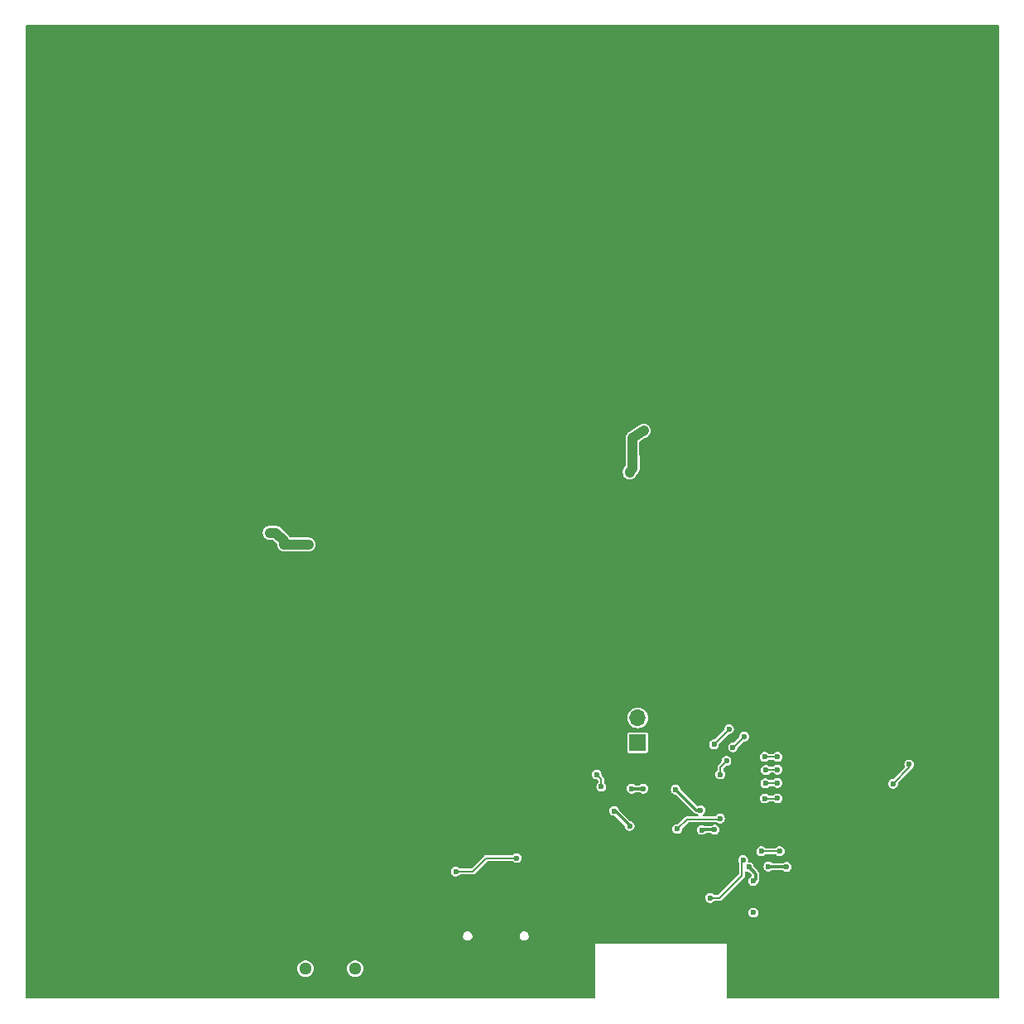
<source format=gbr>
%TF.GenerationSoftware,KiCad,Pcbnew,8.0.1*%
%TF.CreationDate,2024-05-16T13:46:45+01:00*%
%TF.ProjectId,f1-led-circuit,66312d6c-6564-42d6-9369-72637569742e,v1.0*%
%TF.SameCoordinates,Original*%
%TF.FileFunction,Copper,L2,Bot*%
%TF.FilePolarity,Positive*%
%FSLAX46Y46*%
G04 Gerber Fmt 4.6, Leading zero omitted, Abs format (unit mm)*
G04 Created by KiCad (PCBNEW 8.0.1) date 2024-05-16 13:46:45*
%MOMM*%
%LPD*%
G01*
G04 APERTURE LIST*
G04 Aperture macros list*
%AMRoundRect*
0 Rectangle with rounded corners*
0 $1 Rounding radius*
0 $2 $3 $4 $5 $6 $7 $8 $9 X,Y pos of 4 corners*
0 Add a 4 corners polygon primitive as box body*
4,1,4,$2,$3,$4,$5,$6,$7,$8,$9,$2,$3,0*
0 Add four circle primitives for the rounded corners*
1,1,$1+$1,$2,$3*
1,1,$1+$1,$4,$5*
1,1,$1+$1,$6,$7*
1,1,$1+$1,$8,$9*
0 Add four rect primitives between the rounded corners*
20,1,$1+$1,$2,$3,$4,$5,0*
20,1,$1+$1,$4,$5,$6,$7,0*
20,1,$1+$1,$6,$7,$8,$9,0*
20,1,$1+$1,$8,$9,$2,$3,0*%
G04 Aperture macros list end*
%TA.AperFunction,ComponentPad*%
%ADD10O,1.000000X2.100000*%
%TD*%
%TA.AperFunction,ComponentPad*%
%ADD11RoundRect,0.250000X-0.250000X-0.650000X0.250000X-0.650000X0.250000X0.650000X-0.250000X0.650000X0*%
%TD*%
%TA.AperFunction,ComponentPad*%
%ADD12R,1.700000X1.700000*%
%TD*%
%TA.AperFunction,ComponentPad*%
%ADD13O,1.700000X1.700000*%
%TD*%
%TA.AperFunction,ComponentPad*%
%ADD14C,1.295400*%
%TD*%
%TA.AperFunction,ViaPad*%
%ADD15C,0.600000*%
%TD*%
%TA.AperFunction,Conductor*%
%ADD16C,1.000000*%
%TD*%
%TA.AperFunction,Conductor*%
%ADD17C,0.300000*%
%TD*%
%TA.AperFunction,Conductor*%
%ADD18C,0.200000*%
%TD*%
G04 APERTURE END LIST*
D10*
%TO.P,J1,SH1,SHIELD*%
%TO.N,GND*%
X144002500Y-142857500D03*
%TO.P,J1,SH2,SHIELD*%
X152642500Y-142857500D03*
D11*
%TO.P,J1,SH3,SHIELD*%
X144002500Y-147037500D03*
%TO.P,J1,SH4,SHIELD*%
X152642500Y-147037500D03*
%TD*%
D12*
%TO.P,JP1,1,A*%
%TO.N,Net-(JP1-A)*%
X162825000Y-123575000D03*
D13*
%TO.P,JP1,2,B*%
%TO.N,Net-(JP1-B)*%
X162825000Y-121035000D03*
%TD*%
D14*
%TO.P,SW3,1,A*%
%TO.N,unconnected-(SW3-A-Pad1)*%
X128870000Y-146700000D03*
%TO.P,SW3,2,B*%
%TO.N,GND*%
X131410000Y-146700000D03*
%TO.P,SW3,3,C*%
%TO.N,Net-(D1-A1)*%
X133950000Y-146700000D03*
%TD*%
D15*
%TO.N,GND*%
X133425000Y-66700000D03*
X180175000Y-116425000D03*
X164500000Y-142000000D03*
X146230000Y-138900000D03*
X173925000Y-139700000D03*
X170300000Y-101700000D03*
X167475000Y-107850000D03*
X107425000Y-116400000D03*
X142940000Y-146880000D03*
X130925000Y-59575000D03*
X151901795Y-141213826D03*
X168500000Y-142000000D03*
X177850000Y-93150000D03*
X120550000Y-127050000D03*
X123190000Y-78260000D03*
X116500000Y-130600000D03*
X173800000Y-92725000D03*
X124650000Y-94300000D03*
X167500000Y-100225000D03*
X168500000Y-139000000D03*
X167125000Y-87650000D03*
X125650000Y-103325000D03*
X153700000Y-142660000D03*
X186100000Y-85525000D03*
X159950000Y-91375000D03*
X169775000Y-92700000D03*
X187175000Y-109000000D03*
X194675000Y-91375000D03*
X112900000Y-129425000D03*
X137525000Y-98475000D03*
X119625000Y-85650000D03*
X151200000Y-124125000D03*
X183775000Y-115650000D03*
X146875000Y-124125000D03*
X161250000Y-93075000D03*
X130625000Y-82100000D03*
X151675000Y-92075000D03*
X165500000Y-142000000D03*
X163500000Y-142000000D03*
X168500000Y-138000000D03*
X159450000Y-132425000D03*
X122200000Y-81325000D03*
X179300000Y-148240000D03*
X127575000Y-115200000D03*
X126200000Y-107275000D03*
X170775000Y-106275000D03*
X109950000Y-127125000D03*
X199240000Y-128540000D03*
X161500000Y-141000000D03*
X153775000Y-95150000D03*
X169325000Y-113100000D03*
X168500000Y-141000000D03*
X188950000Y-105400000D03*
X180800000Y-113900000D03*
X142910000Y-142270000D03*
X139975000Y-90525000D03*
X161500000Y-136000000D03*
X127425000Y-129350000D03*
X178650000Y-104425000D03*
X107950000Y-123950000D03*
X126850000Y-84225000D03*
X184550000Y-98025000D03*
X128150000Y-99525000D03*
X164300000Y-118275000D03*
X134950000Y-62975000D03*
X123650000Y-85650000D03*
X182850000Y-102500000D03*
X132275000Y-145900000D03*
X181450000Y-139640000D03*
X185375000Y-112575000D03*
X195025000Y-95100000D03*
X191325000Y-102000000D03*
X199240000Y-126000000D03*
X146500000Y-125820000D03*
X193525000Y-98675000D03*
X143750000Y-90575000D03*
X127750000Y-66940000D03*
X161500000Y-137000000D03*
X135600000Y-102550000D03*
X126875000Y-111275000D03*
X131075000Y-74725000D03*
X155750000Y-92050000D03*
X150575000Y-138400000D03*
X124760000Y-74480000D03*
X126240000Y-70710000D03*
X180025000Y-87300000D03*
X128500000Y-72375000D03*
X192750000Y-88200000D03*
X138650000Y-100600000D03*
X153700000Y-146940000D03*
X165700000Y-92975000D03*
X157750000Y-94225000D03*
X168500000Y-140000000D03*
X161925000Y-103375000D03*
X145050000Y-141100000D03*
X172625000Y-114975000D03*
X176325000Y-116050000D03*
X142350000Y-99000000D03*
X181875000Y-93850000D03*
X131975000Y-70600000D03*
X111900000Y-104750000D03*
X175175000Y-89175000D03*
X158125000Y-132425000D03*
X118125000Y-89475000D03*
X132025000Y-56725000D03*
X128250000Y-119175000D03*
X136475000Y-59200000D03*
X190600000Y-139040000D03*
X133325000Y-92250000D03*
X161500000Y-142000000D03*
X161500000Y-139000000D03*
X120950000Y-90425000D03*
X168500000Y-137000000D03*
X129320000Y-63340000D03*
X132800000Y-100925000D03*
X128600000Y-77425000D03*
X161500000Y-138000000D03*
X178200000Y-85025000D03*
X115000000Y-97100000D03*
X117000000Y-105625000D03*
X120375000Y-130850000D03*
X110400000Y-108600000D03*
X136250000Y-91250000D03*
X190160000Y-148420000D03*
X130950000Y-78800000D03*
X147675000Y-91325000D03*
X113500000Y-100900000D03*
X161500000Y-140000000D03*
X182175000Y-85200000D03*
X174275000Y-85000000D03*
X156090000Y-145100000D03*
X146125000Y-97525000D03*
X189725000Y-86075000D03*
X167500000Y-142000000D03*
X128975000Y-123100000D03*
X107025000Y-120275000D03*
X177025000Y-113725000D03*
X134975000Y-56725000D03*
X149925000Y-96250000D03*
X129325000Y-82250000D03*
X124275000Y-130650000D03*
X168500000Y-136000000D03*
X162500000Y-142000000D03*
X128650000Y-93400000D03*
X146050000Y-130550000D03*
X191100000Y-96925000D03*
X166825000Y-110575000D03*
X166500000Y-142000000D03*
X174750000Y-105500000D03*
X150210000Y-127710000D03*
X170575000Y-85925000D03*
X129425000Y-126675000D03*
X199270000Y-129770000D03*
X140200000Y-95375000D03*
X108800000Y-112525000D03*
X163700000Y-89750000D03*
X120475000Y-109575000D03*
X116550000Y-93275000D03*
%TO.N,+5V*%
X163450000Y-91650000D03*
X129175000Y-103300000D03*
X125175000Y-102100000D03*
X162003125Y-95928125D03*
%TO.N,+3.3V*%
X174650000Y-140950000D03*
X166713235Y-128363235D03*
X170710000Y-132460000D03*
X178040000Y-136280000D03*
X169394265Y-132495735D03*
X159110400Y-128088005D03*
X176210000Y-136240000D03*
X174200000Y-136300000D03*
X163425000Y-128275000D03*
X162225000Y-128275000D03*
X174640000Y-137710000D03*
X169269608Y-130469608D03*
X158625000Y-126825000D03*
%TO.N,Net-(D1-A1)*%
X144214867Y-136754081D03*
X150460000Y-135375000D03*
%TO.N,Net-(J2-~{RESET})*%
X170225000Y-139450000D03*
X173600000Y-135575000D03*
X175470000Y-134680000D03*
X177350000Y-134670000D03*
%TO.N,/START{slash}STOP*%
X171240000Y-131320000D03*
X166875000Y-132400000D03*
%TO.N,Net-(U200-GPIO8)*%
X162000000Y-132100000D03*
X160425000Y-130550000D03*
%TO.N,/FSPICLK*%
X171275000Y-126825000D03*
X172575000Y-124050000D03*
X173725000Y-122950000D03*
X171900000Y-125450000D03*
%TO.N,/FSPID*%
X170630000Y-123750000D03*
X172160000Y-122190000D03*
%TO.N,/MTDI*%
X175880000Y-127720000D03*
X190600000Y-125800000D03*
X177125000Y-127690000D03*
X188950000Y-127775000D03*
%TO.N,/MTMS*%
X177125000Y-129267129D03*
X175825000Y-129275000D03*
%TO.N,/MTCK*%
X175925000Y-126370000D03*
X177125000Y-126320000D03*
%TO.N,/MTDO*%
X177125000Y-125020742D03*
X175820000Y-125030000D03*
%TD*%
D16*
%TO.N,+5V*%
X125839214Y-102100000D02*
X125175000Y-102100000D01*
X162325000Y-95525000D02*
X162300000Y-92425000D01*
X163450000Y-91650000D02*
X163350000Y-91750000D01*
X162003125Y-95846875D02*
X162325000Y-95525000D01*
X162300000Y-92425000D02*
X163450000Y-91650000D01*
X126650000Y-102910786D02*
X125839214Y-102100000D01*
X126650000Y-103300000D02*
X126650000Y-102910786D01*
X129175000Y-103300000D02*
X126650000Y-103300000D01*
X162003125Y-95928125D02*
X162003125Y-95846875D01*
D17*
%TO.N,+3.3V*%
X162225000Y-128275000D02*
X163425000Y-128275000D01*
X170710000Y-132460000D02*
X169430000Y-132460000D01*
X166713235Y-128363235D02*
X168819608Y-130469608D01*
X174200000Y-136300000D02*
X174890000Y-136990000D01*
X169430000Y-132460000D02*
X169394265Y-132495735D01*
X174890000Y-136990000D02*
X174890000Y-137530000D01*
D18*
X159110400Y-127310400D02*
X158625000Y-126825000D01*
D17*
X174890000Y-137530000D02*
X174820000Y-137530000D01*
D18*
X174650000Y-140950000D02*
X174825000Y-141125000D01*
D17*
X178000000Y-136240000D02*
X178040000Y-136280000D01*
X168819608Y-130469608D02*
X169269608Y-130469608D01*
X174820000Y-137530000D02*
X174640000Y-137710000D01*
D18*
X159110400Y-128088005D02*
X159110400Y-127310400D01*
D17*
X176210000Y-136240000D02*
X178000000Y-136240000D01*
D18*
%TO.N,Net-(D1-A1)*%
X145945919Y-136754081D02*
X144214867Y-136754081D01*
X147325000Y-135375000D02*
X150460000Y-135375000D01*
X145945919Y-136754081D02*
X147325000Y-135375000D01*
%TO.N,Net-(J2-~{RESET})*%
X173500000Y-137148529D02*
X171198529Y-139450000D01*
X175475000Y-134685000D02*
X177335000Y-134685000D01*
X173500000Y-135675000D02*
X173600000Y-135575000D01*
X173500000Y-137148529D02*
X173500000Y-135675000D01*
X171198529Y-139450000D02*
X170225000Y-139450000D01*
%TO.N,/START{slash}STOP*%
X166875000Y-132400000D02*
X167875000Y-131400000D01*
D17*
X171160000Y-131400000D02*
X171240000Y-131320000D01*
D18*
X167875000Y-131400000D02*
X171160000Y-131400000D01*
D17*
%TO.N,Net-(U200-GPIO8)*%
X160475001Y-130535000D02*
X162000000Y-132059999D01*
D18*
%TO.N,/FSPICLK*%
X171275000Y-126075000D02*
X171900000Y-125450000D01*
X171275000Y-126825000D02*
X171275000Y-126075000D01*
X172625000Y-124050000D02*
X173725000Y-122950000D01*
X172575000Y-124050000D02*
X172625000Y-124050000D01*
%TO.N,/FSPID*%
X172160000Y-122220000D02*
X170630000Y-123750000D01*
X172160000Y-122190000D02*
X172160000Y-122220000D01*
%TO.N,/MTDI*%
X190600000Y-126125000D02*
X190600000Y-125800000D01*
X188950000Y-127775000D02*
X190600000Y-126125000D01*
X175880000Y-127720000D02*
X175890000Y-127710000D01*
X175890000Y-127710000D02*
X177105000Y-127710000D01*
X177105000Y-127710000D02*
X177125000Y-127690000D01*
%TO.N,/MTMS*%
X175825000Y-129275000D02*
X177117129Y-129275000D01*
X177117129Y-129275000D02*
X177125000Y-129267129D01*
%TO.N,/MTCK*%
X175925000Y-126370000D02*
X175975000Y-126320000D01*
X175975000Y-126320000D02*
X177125000Y-126320000D01*
%TO.N,/MTDO*%
X175820000Y-125030000D02*
X177115742Y-125030000D01*
X177115742Y-125030000D02*
X177125000Y-125020742D01*
%TD*%
%TA.AperFunction,Conductor*%
%TO.N,GND*%
G36*
X199742539Y-50170185D02*
G01*
X199788294Y-50222989D01*
X199799500Y-50274500D01*
X199799500Y-149625500D01*
X199779815Y-149692539D01*
X199727011Y-149738294D01*
X199675500Y-149749500D01*
X172074000Y-149749500D01*
X172006961Y-149729815D01*
X171961206Y-149677011D01*
X171950000Y-149625500D01*
X171950000Y-144130000D01*
X158519999Y-144139999D01*
X158501115Y-149625927D01*
X158481200Y-149692898D01*
X158428239Y-149738471D01*
X158377116Y-149749500D01*
X100324500Y-149749500D01*
X100257461Y-149729815D01*
X100211706Y-149677011D01*
X100200500Y-149625500D01*
X100200500Y-146700000D01*
X128017128Y-146700000D01*
X128035765Y-146877322D01*
X128035766Y-146877325D01*
X128090863Y-147046895D01*
X128161172Y-147168675D01*
X128180012Y-147201306D01*
X128299317Y-147333807D01*
X128395481Y-147403675D01*
X128443565Y-147438610D01*
X128506091Y-147466447D01*
X128606448Y-147511129D01*
X128780851Y-147548200D01*
X128959149Y-147548200D01*
X129133552Y-147511129D01*
X129296436Y-147438609D01*
X129440683Y-147333807D01*
X129559988Y-147201306D01*
X129649137Y-147046894D01*
X129704235Y-146877322D01*
X129722872Y-146700000D01*
X133097128Y-146700000D01*
X133115765Y-146877322D01*
X133115766Y-146877325D01*
X133170863Y-147046895D01*
X133241172Y-147168675D01*
X133260012Y-147201306D01*
X133379317Y-147333807D01*
X133475481Y-147403675D01*
X133523565Y-147438610D01*
X133586091Y-147466447D01*
X133686448Y-147511129D01*
X133860851Y-147548200D01*
X134039149Y-147548200D01*
X134213552Y-147511129D01*
X134376436Y-147438609D01*
X134520683Y-147333807D01*
X134639988Y-147201306D01*
X134729137Y-147046894D01*
X134784235Y-146877322D01*
X134802872Y-146700000D01*
X134784235Y-146522678D01*
X134729137Y-146353106D01*
X134639988Y-146198694D01*
X134520683Y-146066193D01*
X134472600Y-146031259D01*
X134376434Y-145961389D01*
X134251381Y-145905713D01*
X134213552Y-145888871D01*
X134213550Y-145888870D01*
X134213549Y-145888870D01*
X134039149Y-145851800D01*
X133860851Y-145851800D01*
X133686450Y-145888870D01*
X133523565Y-145961389D01*
X133379315Y-146066194D01*
X133260011Y-146198695D01*
X133170863Y-146353104D01*
X133115766Y-146522674D01*
X133115765Y-146522678D01*
X133097128Y-146700000D01*
X129722872Y-146700000D01*
X129704235Y-146522678D01*
X129649137Y-146353106D01*
X129559988Y-146198694D01*
X129440683Y-146066193D01*
X129392600Y-146031259D01*
X129296434Y-145961389D01*
X129171381Y-145905713D01*
X129133552Y-145888871D01*
X129133550Y-145888870D01*
X129133549Y-145888870D01*
X128959149Y-145851800D01*
X128780851Y-145851800D01*
X128606450Y-145888870D01*
X128443565Y-145961389D01*
X128299315Y-146066194D01*
X128180011Y-146198695D01*
X128090863Y-146353104D01*
X128035766Y-146522674D01*
X128035765Y-146522678D01*
X128017128Y-146700000D01*
X100200500Y-146700000D01*
X100200500Y-143420101D01*
X144957000Y-143420101D01*
X144989405Y-143541036D01*
X145052005Y-143649464D01*
X145140536Y-143737995D01*
X145248964Y-143800595D01*
X145369899Y-143833000D01*
X145369901Y-143833000D01*
X145495099Y-143833000D01*
X145495101Y-143833000D01*
X145616036Y-143800595D01*
X145724464Y-143737995D01*
X145812995Y-143649464D01*
X145875595Y-143541036D01*
X145908000Y-143420101D01*
X150737000Y-143420101D01*
X150769405Y-143541036D01*
X150832005Y-143649464D01*
X150920536Y-143737995D01*
X151028964Y-143800595D01*
X151149899Y-143833000D01*
X151149901Y-143833000D01*
X151275099Y-143833000D01*
X151275101Y-143833000D01*
X151396036Y-143800595D01*
X151504464Y-143737995D01*
X151592995Y-143649464D01*
X151655595Y-143541036D01*
X151688000Y-143420101D01*
X151688000Y-143294899D01*
X151655595Y-143173964D01*
X151592995Y-143065536D01*
X151504464Y-142977005D01*
X151396036Y-142914405D01*
X151396037Y-142914405D01*
X151355724Y-142903603D01*
X151275101Y-142882000D01*
X151149899Y-142882000D01*
X151069275Y-142903603D01*
X151028963Y-142914405D01*
X150920537Y-142977004D01*
X150920534Y-142977006D01*
X150832006Y-143065534D01*
X150832004Y-143065537D01*
X150769405Y-143173963D01*
X150769405Y-143173964D01*
X150737000Y-143294899D01*
X150737000Y-143420101D01*
X145908000Y-143420101D01*
X145908000Y-143294899D01*
X145875595Y-143173964D01*
X145812995Y-143065536D01*
X145724464Y-142977005D01*
X145616036Y-142914405D01*
X145616037Y-142914405D01*
X145575724Y-142903603D01*
X145495101Y-142882000D01*
X145369899Y-142882000D01*
X145289275Y-142903603D01*
X145248963Y-142914405D01*
X145140537Y-142977004D01*
X145140534Y-142977006D01*
X145052006Y-143065534D01*
X145052004Y-143065537D01*
X144989405Y-143173963D01*
X144989405Y-143173964D01*
X144957000Y-143294899D01*
X144957000Y-143420101D01*
X100200500Y-143420101D01*
X100200500Y-140950000D01*
X174144353Y-140950000D01*
X174164834Y-141092456D01*
X174224622Y-141223371D01*
X174224623Y-141223373D01*
X174318872Y-141332143D01*
X174439947Y-141409953D01*
X174439950Y-141409954D01*
X174439949Y-141409954D01*
X174578036Y-141450499D01*
X174578038Y-141450500D01*
X174578039Y-141450500D01*
X174721961Y-141450500D01*
X174789997Y-141430523D01*
X174824932Y-141425500D01*
X174864560Y-141425500D01*
X174864562Y-141425500D01*
X174940988Y-141405021D01*
X175009511Y-141365460D01*
X175065460Y-141309511D01*
X175105021Y-141240988D01*
X175125500Y-141164562D01*
X175125500Y-141140594D01*
X175134035Y-141101363D01*
X175132667Y-141100962D01*
X175135161Y-141092464D01*
X175135165Y-141092457D01*
X175155647Y-140950000D01*
X175135165Y-140807543D01*
X175075377Y-140676627D01*
X174981128Y-140567857D01*
X174860053Y-140490047D01*
X174860051Y-140490046D01*
X174860049Y-140490045D01*
X174860050Y-140490045D01*
X174721963Y-140449500D01*
X174721961Y-140449500D01*
X174578039Y-140449500D01*
X174578036Y-140449500D01*
X174439949Y-140490045D01*
X174318873Y-140567856D01*
X174224623Y-140676626D01*
X174224622Y-140676628D01*
X174164834Y-140807543D01*
X174144353Y-140950000D01*
X100200500Y-140950000D01*
X100200500Y-139450000D01*
X169719353Y-139450000D01*
X169739834Y-139592456D01*
X169784591Y-139690458D01*
X169799623Y-139723373D01*
X169893872Y-139832143D01*
X170014947Y-139909953D01*
X170014950Y-139909954D01*
X170014949Y-139909954D01*
X170153036Y-139950499D01*
X170153038Y-139950500D01*
X170153039Y-139950500D01*
X170296962Y-139950500D01*
X170296962Y-139950499D01*
X170435053Y-139909953D01*
X170556128Y-139832143D01*
X170589788Y-139793296D01*
X170648567Y-139755523D01*
X170683501Y-139750500D01*
X171238089Y-139750500D01*
X171238091Y-139750500D01*
X171314518Y-139730021D01*
X171383040Y-139690460D01*
X171438989Y-139634511D01*
X173740460Y-137333040D01*
X173780022Y-137264517D01*
X173800500Y-137188091D01*
X173800500Y-137108967D01*
X173800500Y-136865291D01*
X173820185Y-136798252D01*
X173872989Y-136752497D01*
X173942147Y-136742553D01*
X173981450Y-136757215D01*
X173981882Y-136756270D01*
X173989949Y-136759954D01*
X174128036Y-136800499D01*
X174128038Y-136800500D01*
X174128039Y-136800500D01*
X174153456Y-136800500D01*
X174220495Y-136820185D01*
X174241137Y-136836819D01*
X174457760Y-137053441D01*
X174491245Y-137114764D01*
X174486261Y-137184455D01*
X174444390Y-137240389D01*
X174437119Y-137245437D01*
X174308874Y-137327855D01*
X174214623Y-137436626D01*
X174214622Y-137436628D01*
X174154834Y-137567543D01*
X174134353Y-137710000D01*
X174154834Y-137852456D01*
X174154836Y-137852460D01*
X174214623Y-137983373D01*
X174308872Y-138092143D01*
X174429947Y-138169953D01*
X174429950Y-138169954D01*
X174429949Y-138169954D01*
X174568036Y-138210499D01*
X174568038Y-138210500D01*
X174568039Y-138210500D01*
X174711962Y-138210500D01*
X174711962Y-138210499D01*
X174850053Y-138169953D01*
X174971128Y-138092143D01*
X175065377Y-137983373D01*
X175125165Y-137852457D01*
X175129692Y-137820967D01*
X175158715Y-137757411D01*
X175164731Y-137750949D01*
X175170469Y-137745212D01*
X175216614Y-137665288D01*
X175240500Y-137576144D01*
X175240500Y-136943856D01*
X175216614Y-136854712D01*
X175216611Y-136854706D01*
X175170473Y-136774794D01*
X175170470Y-136774791D01*
X175170469Y-136774788D01*
X175105212Y-136709531D01*
X174949052Y-136553371D01*
X174736503Y-136340821D01*
X174703018Y-136279498D01*
X174701449Y-136270805D01*
X174697020Y-136240000D01*
X175704353Y-136240000D01*
X175724834Y-136382456D01*
X175784622Y-136513371D01*
X175784623Y-136513373D01*
X175878872Y-136622143D01*
X175999947Y-136699953D01*
X175999950Y-136699954D01*
X175999949Y-136699954D01*
X176107107Y-136731417D01*
X176136179Y-136739954D01*
X176138036Y-136740499D01*
X176138038Y-136740500D01*
X176138039Y-136740500D01*
X176281962Y-136740500D01*
X176281962Y-136740499D01*
X176420053Y-136699953D01*
X176541128Y-136622143D01*
X176541136Y-136622133D01*
X176542688Y-136620790D01*
X176544572Y-136619929D01*
X176548589Y-136617348D01*
X176548960Y-136617925D01*
X176606243Y-136591763D01*
X176623895Y-136590500D01*
X177590164Y-136590500D01*
X177657203Y-136610185D01*
X177683876Y-136633297D01*
X177708869Y-136662140D01*
X177708872Y-136662143D01*
X177829947Y-136739953D01*
X177829950Y-136739954D01*
X177829949Y-136739954D01*
X177937107Y-136771417D01*
X177948585Y-136774788D01*
X177968036Y-136780499D01*
X177968038Y-136780500D01*
X177968039Y-136780500D01*
X178111962Y-136780500D01*
X178111962Y-136780499D01*
X178248190Y-136740500D01*
X178250050Y-136739954D01*
X178250050Y-136739953D01*
X178250053Y-136739953D01*
X178371128Y-136662143D01*
X178465377Y-136553373D01*
X178525165Y-136422457D01*
X178545647Y-136280000D01*
X178525165Y-136137543D01*
X178465377Y-136006627D01*
X178371128Y-135897857D01*
X178250053Y-135820047D01*
X178250051Y-135820046D01*
X178250049Y-135820045D01*
X178250050Y-135820045D01*
X178111963Y-135779500D01*
X178111961Y-135779500D01*
X177968039Y-135779500D01*
X177968036Y-135779500D01*
X177829949Y-135820045D01*
X177829948Y-135820045D01*
X177774263Y-135855833D01*
X177752506Y-135869815D01*
X177685467Y-135889500D01*
X176623895Y-135889500D01*
X176556856Y-135869815D01*
X176542688Y-135859210D01*
X176541132Y-135857862D01*
X176541128Y-135857857D01*
X176420053Y-135780047D01*
X176420051Y-135780046D01*
X176420049Y-135780045D01*
X176420050Y-135780045D01*
X176281963Y-135739500D01*
X176281961Y-135739500D01*
X176138039Y-135739500D01*
X176138036Y-135739500D01*
X175999949Y-135780045D01*
X175878873Y-135857856D01*
X175784623Y-135966626D01*
X175784622Y-135966628D01*
X175724834Y-136097543D01*
X175704353Y-136240000D01*
X174697020Y-136240000D01*
X174685165Y-136157543D01*
X174625377Y-136026627D01*
X174531128Y-135917857D01*
X174410053Y-135840047D01*
X174410051Y-135840046D01*
X174410049Y-135840045D01*
X174410050Y-135840045D01*
X174271963Y-135799500D01*
X174271961Y-135799500D01*
X174216473Y-135799500D01*
X174149434Y-135779815D01*
X174103679Y-135727011D01*
X174093735Y-135657854D01*
X174105647Y-135575000D01*
X174085165Y-135432543D01*
X174025377Y-135301627D01*
X173931128Y-135192857D01*
X173810053Y-135115047D01*
X173810051Y-135115046D01*
X173810049Y-135115045D01*
X173810050Y-135115045D01*
X173671963Y-135074500D01*
X173671961Y-135074500D01*
X173528039Y-135074500D01*
X173528036Y-135074500D01*
X173389949Y-135115045D01*
X173268873Y-135192856D01*
X173174623Y-135301626D01*
X173174622Y-135301628D01*
X173114834Y-135432543D01*
X173094353Y-135575000D01*
X173114834Y-135717456D01*
X173132959Y-135757143D01*
X173174623Y-135848373D01*
X173174627Y-135848378D01*
X173179418Y-135855833D01*
X173176364Y-135857795D01*
X173198235Y-135905663D01*
X173199500Y-135923332D01*
X173199500Y-136972696D01*
X173179815Y-137039735D01*
X173163181Y-137060377D01*
X171110377Y-139113181D01*
X171049054Y-139146666D01*
X171022696Y-139149500D01*
X170683501Y-139149500D01*
X170616462Y-139129815D01*
X170589788Y-139106703D01*
X170556128Y-139067857D01*
X170435053Y-138990047D01*
X170435051Y-138990046D01*
X170435049Y-138990045D01*
X170435050Y-138990045D01*
X170296963Y-138949500D01*
X170296961Y-138949500D01*
X170153039Y-138949500D01*
X170153036Y-138949500D01*
X170014949Y-138990045D01*
X169893873Y-139067856D01*
X169799623Y-139176626D01*
X169799622Y-139176628D01*
X169739834Y-139307543D01*
X169719353Y-139450000D01*
X100200500Y-139450000D01*
X100200500Y-136754081D01*
X143709220Y-136754081D01*
X143729701Y-136896537D01*
X143774458Y-136994539D01*
X143789490Y-137027454D01*
X143883739Y-137136224D01*
X144004814Y-137214034D01*
X144004817Y-137214035D01*
X144004816Y-137214035D01*
X144094572Y-137240389D01*
X144127464Y-137250047D01*
X144142903Y-137254580D01*
X144142905Y-137254581D01*
X144142906Y-137254581D01*
X144286829Y-137254581D01*
X144286829Y-137254580D01*
X144424920Y-137214034D01*
X144545995Y-137136224D01*
X144579655Y-137097377D01*
X144638434Y-137059604D01*
X144673368Y-137054581D01*
X145985479Y-137054581D01*
X145985481Y-137054581D01*
X146061908Y-137034102D01*
X146130430Y-136994541D01*
X146186379Y-136938592D01*
X147413152Y-135711819D01*
X147474475Y-135678334D01*
X147500833Y-135675500D01*
X150001499Y-135675500D01*
X150068538Y-135695185D01*
X150095211Y-135718296D01*
X150128872Y-135757143D01*
X150249947Y-135834953D01*
X150249950Y-135834954D01*
X150249949Y-135834954D01*
X150357107Y-135866417D01*
X150368677Y-135869815D01*
X150388036Y-135875499D01*
X150388038Y-135875500D01*
X150388039Y-135875500D01*
X150531962Y-135875500D01*
X150531962Y-135875499D01*
X150670053Y-135834953D01*
X150791128Y-135757143D01*
X150885377Y-135648373D01*
X150945165Y-135517457D01*
X150965647Y-135375000D01*
X150945165Y-135232543D01*
X150885377Y-135101627D01*
X150791128Y-134992857D01*
X150670053Y-134915047D01*
X150670051Y-134915046D01*
X150670049Y-134915045D01*
X150670050Y-134915045D01*
X150531963Y-134874500D01*
X150531961Y-134874500D01*
X150388039Y-134874500D01*
X150388036Y-134874500D01*
X150249949Y-134915045D01*
X150128873Y-134992856D01*
X150095212Y-135031703D01*
X150036433Y-135069477D01*
X150001499Y-135074500D01*
X147285438Y-135074500D01*
X147247224Y-135084739D01*
X147209009Y-135094979D01*
X147209008Y-135094980D01*
X147174252Y-135115047D01*
X147148434Y-135129953D01*
X147141716Y-135133831D01*
X147140487Y-135134541D01*
X145857767Y-136417262D01*
X145796444Y-136450747D01*
X145770086Y-136453581D01*
X144673368Y-136453581D01*
X144606329Y-136433896D01*
X144579655Y-136410784D01*
X144545995Y-136371938D01*
X144424920Y-136294128D01*
X144424918Y-136294127D01*
X144424916Y-136294126D01*
X144424917Y-136294126D01*
X144286830Y-136253581D01*
X144286828Y-136253581D01*
X144142906Y-136253581D01*
X144142903Y-136253581D01*
X144004816Y-136294126D01*
X143883740Y-136371937D01*
X143789490Y-136480707D01*
X143789489Y-136480709D01*
X143729701Y-136611624D01*
X143709220Y-136754081D01*
X100200500Y-136754081D01*
X100200500Y-134680000D01*
X174964353Y-134680000D01*
X174984834Y-134822456D01*
X175027119Y-134915045D01*
X175044623Y-134953373D01*
X175138872Y-135062143D01*
X175259947Y-135139953D01*
X175259950Y-135139954D01*
X175259949Y-135139954D01*
X175398036Y-135180499D01*
X175398038Y-135180500D01*
X175398039Y-135180500D01*
X175541962Y-135180500D01*
X175541962Y-135180499D01*
X175680053Y-135139953D01*
X175801128Y-135062143D01*
X175830456Y-135028296D01*
X175889233Y-134990523D01*
X175924168Y-134985500D01*
X176904497Y-134985500D01*
X176971536Y-135005185D01*
X176998207Y-135028295D01*
X177018872Y-135052143D01*
X177139947Y-135129953D01*
X177139950Y-135129954D01*
X177139949Y-135129954D01*
X177278036Y-135170499D01*
X177278038Y-135170500D01*
X177278039Y-135170500D01*
X177421962Y-135170500D01*
X177421962Y-135170499D01*
X177544431Y-135134540D01*
X177560050Y-135129954D01*
X177560050Y-135129953D01*
X177560053Y-135129953D01*
X177681128Y-135052143D01*
X177775377Y-134943373D01*
X177835165Y-134812457D01*
X177855647Y-134670000D01*
X177835165Y-134527543D01*
X177775377Y-134396627D01*
X177681128Y-134287857D01*
X177560053Y-134210047D01*
X177560051Y-134210046D01*
X177560049Y-134210045D01*
X177560050Y-134210045D01*
X177421963Y-134169500D01*
X177421961Y-134169500D01*
X177278039Y-134169500D01*
X177278036Y-134169500D01*
X177139949Y-134210045D01*
X177018873Y-134287856D01*
X176972215Y-134341703D01*
X176913437Y-134379477D01*
X176878502Y-134384500D01*
X175932833Y-134384500D01*
X175865794Y-134364815D01*
X175839120Y-134341703D01*
X175801128Y-134297857D01*
X175680053Y-134220047D01*
X175680051Y-134220046D01*
X175680049Y-134220045D01*
X175680050Y-134220045D01*
X175541963Y-134179500D01*
X175541961Y-134179500D01*
X175398039Y-134179500D01*
X175398036Y-134179500D01*
X175259949Y-134220045D01*
X175138873Y-134297856D01*
X175044623Y-134406626D01*
X175044622Y-134406628D01*
X174984834Y-134537543D01*
X174964353Y-134680000D01*
X100200500Y-134680000D01*
X100200500Y-130550000D01*
X159919353Y-130550000D01*
X159939834Y-130692456D01*
X159987223Y-130796222D01*
X159999623Y-130823373D01*
X160093872Y-130932143D01*
X160214947Y-131009953D01*
X160214950Y-131009954D01*
X160214949Y-131009954D01*
X160353036Y-131050499D01*
X160353038Y-131050500D01*
X160353039Y-131050500D01*
X160443457Y-131050500D01*
X160510496Y-131070185D01*
X160531138Y-131086819D01*
X161458034Y-132013714D01*
X161491519Y-132075037D01*
X161493758Y-132095861D01*
X161514834Y-132242456D01*
X161565446Y-132353278D01*
X161574623Y-132373373D01*
X161668872Y-132482143D01*
X161789947Y-132559953D01*
X161789950Y-132559954D01*
X161789949Y-132559954D01*
X161928036Y-132600499D01*
X161928038Y-132600500D01*
X161928039Y-132600500D01*
X162071962Y-132600500D01*
X162071962Y-132600499D01*
X162210053Y-132559953D01*
X162331128Y-132482143D01*
X162425377Y-132373373D01*
X162485165Y-132242457D01*
X162505647Y-132100000D01*
X162485165Y-131957543D01*
X162425377Y-131826627D01*
X162331128Y-131717857D01*
X162210053Y-131640047D01*
X162210051Y-131640046D01*
X162210049Y-131640045D01*
X162210050Y-131640045D01*
X162071959Y-131599498D01*
X162069853Y-131599196D01*
X162067918Y-131598312D01*
X162063452Y-131597001D01*
X162063640Y-131596358D01*
X162006298Y-131570170D01*
X161999822Y-131564140D01*
X160950588Y-130514905D01*
X160917103Y-130453582D01*
X160915531Y-130444868D01*
X160910166Y-130407549D01*
X160910165Y-130407548D01*
X160910165Y-130407543D01*
X160873451Y-130327151D01*
X160850379Y-130276630D01*
X160850376Y-130276626D01*
X160756128Y-130167857D01*
X160635053Y-130090047D01*
X160635051Y-130090046D01*
X160635049Y-130090045D01*
X160635050Y-130090045D01*
X160496963Y-130049500D01*
X160496961Y-130049500D01*
X160353039Y-130049500D01*
X160353036Y-130049500D01*
X160214949Y-130090045D01*
X160093873Y-130167856D01*
X159999623Y-130276626D01*
X159999622Y-130276628D01*
X159939834Y-130407543D01*
X159919353Y-130550000D01*
X100200500Y-130550000D01*
X100200500Y-126825000D01*
X158119353Y-126825000D01*
X158139834Y-126967456D01*
X158186638Y-127069940D01*
X158199623Y-127098373D01*
X158293872Y-127207143D01*
X158414947Y-127284953D01*
X158414950Y-127284954D01*
X158414949Y-127284954D01*
X158492955Y-127307858D01*
X158550280Y-127324690D01*
X158553036Y-127325499D01*
X158553038Y-127325500D01*
X158649167Y-127325500D01*
X158716206Y-127345185D01*
X158736848Y-127361819D01*
X158773581Y-127398552D01*
X158807066Y-127459875D01*
X158809900Y-127486233D01*
X158809900Y-127624265D01*
X158790215Y-127691304D01*
X158779613Y-127705467D01*
X158685025Y-127814627D01*
X158685022Y-127814633D01*
X158625234Y-127945548D01*
X158604753Y-128088005D01*
X158625234Y-128230461D01*
X158627286Y-128234954D01*
X158685023Y-128361378D01*
X158779272Y-128470148D01*
X158900347Y-128547958D01*
X158900350Y-128547959D01*
X158900349Y-128547959D01*
X159038436Y-128588504D01*
X159038438Y-128588505D01*
X159038439Y-128588505D01*
X159182362Y-128588505D01*
X159182362Y-128588504D01*
X159319040Y-128548373D01*
X159320450Y-128547959D01*
X159320450Y-128547958D01*
X159320453Y-128547958D01*
X159441528Y-128470148D01*
X159535777Y-128361378D01*
X159575225Y-128275000D01*
X161719353Y-128275000D01*
X161739834Y-128417456D01*
X161780131Y-128505692D01*
X161799623Y-128548373D01*
X161893872Y-128657143D01*
X162014947Y-128734953D01*
X162014950Y-128734954D01*
X162014949Y-128734954D01*
X162122107Y-128766417D01*
X162149633Y-128774500D01*
X162153036Y-128775499D01*
X162153038Y-128775500D01*
X162153039Y-128775500D01*
X162296962Y-128775500D01*
X162296962Y-128775499D01*
X162435053Y-128734953D01*
X162556128Y-128657143D01*
X162556136Y-128657133D01*
X162557688Y-128655790D01*
X162559572Y-128654929D01*
X162563589Y-128652348D01*
X162563960Y-128652925D01*
X162621243Y-128626763D01*
X162638895Y-128625500D01*
X163011105Y-128625500D01*
X163078144Y-128645185D01*
X163092312Y-128655790D01*
X163093866Y-128657137D01*
X163093872Y-128657143D01*
X163214947Y-128734953D01*
X163214950Y-128734954D01*
X163214949Y-128734954D01*
X163322107Y-128766417D01*
X163349633Y-128774500D01*
X163353036Y-128775499D01*
X163353038Y-128775500D01*
X163353039Y-128775500D01*
X163496962Y-128775500D01*
X163496962Y-128775499D01*
X163635053Y-128734953D01*
X163756128Y-128657143D01*
X163850377Y-128548373D01*
X163910165Y-128417457D01*
X163917961Y-128363235D01*
X166207588Y-128363235D01*
X166228069Y-128505691D01*
X166247372Y-128547958D01*
X166287858Y-128636608D01*
X166382107Y-128745378D01*
X166503182Y-128823188D01*
X166503185Y-128823189D01*
X166503184Y-128823189D01*
X166641271Y-128863734D01*
X166641273Y-128863735D01*
X166641274Y-128863735D01*
X166666691Y-128863735D01*
X166733730Y-128883420D01*
X166754372Y-128900054D01*
X167823427Y-129969108D01*
X168539139Y-130684820D01*
X168604396Y-130750077D01*
X168604399Y-130750078D01*
X168604402Y-130750081D01*
X168684314Y-130796219D01*
X168684315Y-130796219D01*
X168684320Y-130796222D01*
X168773464Y-130820108D01*
X168855713Y-130820108D01*
X168922752Y-130839793D01*
X168936920Y-130850398D01*
X168938474Y-130851745D01*
X168938480Y-130851751D01*
X168968719Y-130871184D01*
X169014474Y-130923988D01*
X169024418Y-130993146D01*
X168995393Y-131056702D01*
X168936616Y-131094477D01*
X168901680Y-131099500D01*
X167835438Y-131099500D01*
X167759010Y-131119978D01*
X167690489Y-131159540D01*
X167690486Y-131159542D01*
X166986847Y-131863181D01*
X166925524Y-131896666D01*
X166899166Y-131899500D01*
X166803036Y-131899500D01*
X166664949Y-131940045D01*
X166543873Y-132017856D01*
X166449623Y-132126626D01*
X166449622Y-132126628D01*
X166389834Y-132257543D01*
X166369353Y-132400000D01*
X166389834Y-132542456D01*
X166417236Y-132602456D01*
X166449623Y-132673373D01*
X166543872Y-132782143D01*
X166664947Y-132859953D01*
X166664950Y-132859954D01*
X166664949Y-132859954D01*
X166803036Y-132900499D01*
X166803038Y-132900500D01*
X166803039Y-132900500D01*
X166946962Y-132900500D01*
X166946962Y-132900499D01*
X167085053Y-132859953D01*
X167206128Y-132782143D01*
X167300377Y-132673373D01*
X167360165Y-132542457D01*
X167366883Y-132495735D01*
X168888618Y-132495735D01*
X168909099Y-132638191D01*
X168952567Y-132733371D01*
X168968888Y-132769108D01*
X169063137Y-132877878D01*
X169184212Y-132955688D01*
X169184215Y-132955689D01*
X169184214Y-132955689D01*
X169322301Y-132996234D01*
X169322303Y-132996235D01*
X169322304Y-132996235D01*
X169466227Y-132996235D01*
X169466227Y-132996234D01*
X169604318Y-132955688D01*
X169725393Y-132877878D01*
X169746692Y-132853296D01*
X169805470Y-132815523D01*
X169840405Y-132810500D01*
X170296105Y-132810500D01*
X170363144Y-132830185D01*
X170377312Y-132840790D01*
X170378866Y-132842137D01*
X170378872Y-132842143D01*
X170499947Y-132919953D01*
X170499950Y-132919954D01*
X170499949Y-132919954D01*
X170638036Y-132960499D01*
X170638038Y-132960500D01*
X170638039Y-132960500D01*
X170781962Y-132960500D01*
X170781962Y-132960499D01*
X170920053Y-132919953D01*
X171041128Y-132842143D01*
X171135377Y-132733373D01*
X171195165Y-132602457D01*
X171215647Y-132460000D01*
X171195165Y-132317543D01*
X171135377Y-132186627D01*
X171041128Y-132077857D01*
X171041125Y-132077855D01*
X171041126Y-132077855D01*
X170922555Y-132001654D01*
X170921540Y-132000483D01*
X170781963Y-131959500D01*
X170781961Y-131959500D01*
X170638039Y-131959500D01*
X170638036Y-131959500D01*
X170499949Y-132000045D01*
X170378876Y-132077854D01*
X170378874Y-132077855D01*
X170378872Y-132077857D01*
X170378870Y-132077858D01*
X170377312Y-132079210D01*
X170375427Y-132080070D01*
X170371411Y-132082652D01*
X170371039Y-132082074D01*
X170313757Y-132108237D01*
X170296105Y-132109500D01*
X169755436Y-132109500D01*
X169688397Y-132089816D01*
X169665400Y-132075037D01*
X169604318Y-132035782D01*
X169604317Y-132035781D01*
X169604313Y-132035779D01*
X169466228Y-131995235D01*
X169466226Y-131995235D01*
X169322304Y-131995235D01*
X169322301Y-131995235D01*
X169184214Y-132035780D01*
X169063138Y-132113591D01*
X168968888Y-132222361D01*
X168968887Y-132222363D01*
X168909099Y-132353278D01*
X168888618Y-132495735D01*
X167366883Y-132495735D01*
X167380647Y-132400000D01*
X167379339Y-132390905D01*
X167389279Y-132321749D01*
X167414392Y-132285577D01*
X167963152Y-131736819D01*
X168024475Y-131703334D01*
X168050833Y-131700500D01*
X170869906Y-131700500D01*
X170936945Y-131720185D01*
X170936946Y-131720185D01*
X171027444Y-131778345D01*
X171028458Y-131779515D01*
X171029944Y-131779951D01*
X171029947Y-131779953D01*
X171130398Y-131809447D01*
X171168038Y-131820500D01*
X171168039Y-131820500D01*
X171311962Y-131820500D01*
X171311962Y-131820499D01*
X171450053Y-131779953D01*
X171571128Y-131702143D01*
X171665377Y-131593373D01*
X171725165Y-131462457D01*
X171745647Y-131320000D01*
X171725165Y-131177543D01*
X171665377Y-131046627D01*
X171571128Y-130937857D01*
X171450053Y-130860047D01*
X171450051Y-130860046D01*
X171450049Y-130860045D01*
X171450050Y-130860045D01*
X171311963Y-130819500D01*
X171311961Y-130819500D01*
X171168039Y-130819500D01*
X171168036Y-130819500D01*
X171029949Y-130860045D01*
X170908873Y-130937856D01*
X170808815Y-131053330D01*
X170806806Y-131051589D01*
X170764438Y-131088298D01*
X170712934Y-131099500D01*
X169637536Y-131099500D01*
X169570497Y-131079815D01*
X169524742Y-131027011D01*
X169514798Y-130957853D01*
X169543823Y-130894297D01*
X169570495Y-130871185D01*
X169600736Y-130851751D01*
X169694985Y-130742981D01*
X169754773Y-130612065D01*
X169775255Y-130469608D01*
X169754773Y-130327151D01*
X169694985Y-130196235D01*
X169600736Y-130087465D01*
X169479661Y-130009655D01*
X169479659Y-130009654D01*
X169479657Y-130009653D01*
X169479658Y-130009653D01*
X169341571Y-129969108D01*
X169341569Y-129969108D01*
X169197647Y-129969108D01*
X169197644Y-129969108D01*
X169059557Y-130009653D01*
X169059555Y-130009654D01*
X169019292Y-130035529D01*
X168952252Y-130055212D01*
X168885213Y-130035526D01*
X168864574Y-130018893D01*
X168120681Y-129275000D01*
X175319353Y-129275000D01*
X175339834Y-129417456D01*
X175396027Y-129540500D01*
X175399623Y-129548373D01*
X175493872Y-129657143D01*
X175614947Y-129734953D01*
X175614950Y-129734954D01*
X175614949Y-129734954D01*
X175753036Y-129775499D01*
X175753038Y-129775500D01*
X175753039Y-129775500D01*
X175896962Y-129775500D01*
X175896962Y-129775499D01*
X176035053Y-129734953D01*
X176156128Y-129657143D01*
X176189788Y-129618296D01*
X176248567Y-129580523D01*
X176283501Y-129575500D01*
X176673320Y-129575500D01*
X176740359Y-129595185D01*
X176767031Y-129618295D01*
X176793872Y-129649272D01*
X176914947Y-129727082D01*
X176914950Y-129727083D01*
X176914949Y-129727083D01*
X177053036Y-129767628D01*
X177053038Y-129767629D01*
X177053039Y-129767629D01*
X177196962Y-129767629D01*
X177196962Y-129767628D01*
X177335053Y-129727082D01*
X177456128Y-129649272D01*
X177550377Y-129540502D01*
X177610165Y-129409586D01*
X177630647Y-129267129D01*
X177610165Y-129124672D01*
X177550377Y-128993756D01*
X177456128Y-128884986D01*
X177335053Y-128807176D01*
X177335051Y-128807175D01*
X177335049Y-128807174D01*
X177335050Y-128807174D01*
X177196963Y-128766629D01*
X177196961Y-128766629D01*
X177053039Y-128766629D01*
X177053036Y-128766629D01*
X176914949Y-128807174D01*
X176793873Y-128884985D01*
X176753392Y-128931703D01*
X176694614Y-128969477D01*
X176659679Y-128974500D01*
X176283501Y-128974500D01*
X176216462Y-128954815D01*
X176189788Y-128931703D01*
X176156128Y-128892857D01*
X176035053Y-128815047D01*
X176035051Y-128815046D01*
X176035049Y-128815045D01*
X176035050Y-128815045D01*
X175896963Y-128774500D01*
X175896961Y-128774500D01*
X175753039Y-128774500D01*
X175753036Y-128774500D01*
X175614949Y-128815045D01*
X175493873Y-128892856D01*
X175399623Y-129001626D01*
X175399622Y-129001628D01*
X175339834Y-129132543D01*
X175319353Y-129275000D01*
X168120681Y-129275000D01*
X167249738Y-128404056D01*
X167216253Y-128342733D01*
X167214684Y-128334040D01*
X167198400Y-128220778D01*
X167138612Y-128089862D01*
X167044363Y-127981092D01*
X166923288Y-127903282D01*
X166923286Y-127903281D01*
X166923284Y-127903280D01*
X166923285Y-127903280D01*
X166785198Y-127862735D01*
X166785196Y-127862735D01*
X166641274Y-127862735D01*
X166641271Y-127862735D01*
X166503184Y-127903280D01*
X166382108Y-127981091D01*
X166287858Y-128089861D01*
X166287857Y-128089863D01*
X166228069Y-128220778D01*
X166207588Y-128363235D01*
X163917961Y-128363235D01*
X163930647Y-128275000D01*
X163910165Y-128132543D01*
X163850377Y-128001627D01*
X163756128Y-127892857D01*
X163635053Y-127815047D01*
X163635051Y-127815046D01*
X163635049Y-127815045D01*
X163635050Y-127815045D01*
X163496963Y-127774500D01*
X163496961Y-127774500D01*
X163353039Y-127774500D01*
X163353036Y-127774500D01*
X163214949Y-127815045D01*
X163093876Y-127892854D01*
X163093874Y-127892855D01*
X163093872Y-127892857D01*
X163093870Y-127892858D01*
X163092312Y-127894210D01*
X163090427Y-127895070D01*
X163086411Y-127897652D01*
X163086039Y-127897074D01*
X163028757Y-127923237D01*
X163011105Y-127924500D01*
X162638895Y-127924500D01*
X162571856Y-127904815D01*
X162557688Y-127894210D01*
X162556132Y-127892862D01*
X162556128Y-127892857D01*
X162435053Y-127815047D01*
X162435051Y-127815046D01*
X162435049Y-127815045D01*
X162435050Y-127815045D01*
X162296963Y-127774500D01*
X162296961Y-127774500D01*
X162153039Y-127774500D01*
X162153036Y-127774500D01*
X162014949Y-127815045D01*
X161893873Y-127892856D01*
X161893872Y-127892856D01*
X161893872Y-127892857D01*
X161884839Y-127903282D01*
X161799623Y-128001626D01*
X161799622Y-128001628D01*
X161739834Y-128132543D01*
X161719353Y-128275000D01*
X159575225Y-128275000D01*
X159595565Y-128230462D01*
X159616047Y-128088005D01*
X159595565Y-127945548D01*
X159535777Y-127814632D01*
X159535775Y-127814630D01*
X159535774Y-127814627D01*
X159453780Y-127720000D01*
X175374353Y-127720000D01*
X175394834Y-127862456D01*
X175423169Y-127924500D01*
X175454623Y-127993373D01*
X175548872Y-128102143D01*
X175669947Y-128179953D01*
X175669950Y-128179954D01*
X175669949Y-128179954D01*
X175808036Y-128220499D01*
X175808038Y-128220500D01*
X175808039Y-128220500D01*
X175951962Y-128220500D01*
X175951962Y-128220499D01*
X176090053Y-128179953D01*
X176211128Y-128102143D01*
X176221769Y-128089863D01*
X176253453Y-128053298D01*
X176312230Y-128015523D01*
X176347166Y-128010500D01*
X176683829Y-128010500D01*
X176750868Y-128030185D01*
X176777540Y-128053295D01*
X176793872Y-128072143D01*
X176914947Y-128149953D01*
X176914950Y-128149954D01*
X176914949Y-128149954D01*
X177053036Y-128190499D01*
X177053038Y-128190500D01*
X177053039Y-128190500D01*
X177196962Y-128190500D01*
X177196962Y-128190499D01*
X177335053Y-128149953D01*
X177456128Y-128072143D01*
X177550377Y-127963373D01*
X177610165Y-127832457D01*
X177618426Y-127775000D01*
X188444353Y-127775000D01*
X188464834Y-127917456D01*
X188503275Y-128001628D01*
X188524623Y-128048373D01*
X188618872Y-128157143D01*
X188739947Y-128234953D01*
X188739950Y-128234954D01*
X188739949Y-128234954D01*
X188847107Y-128266417D01*
X188876336Y-128275000D01*
X188878036Y-128275499D01*
X188878038Y-128275500D01*
X188878039Y-128275500D01*
X189021962Y-128275500D01*
X189021962Y-128275499D01*
X189160053Y-128234953D01*
X189281128Y-128157143D01*
X189375377Y-128048373D01*
X189435165Y-127917457D01*
X189455647Y-127775000D01*
X189454339Y-127765905D01*
X189464279Y-127696749D01*
X189489392Y-127660577D01*
X190840460Y-126309511D01*
X190872502Y-126254012D01*
X190880021Y-126240989D01*
X190880021Y-126240987D01*
X190884085Y-126233950D01*
X190885301Y-126234652D01*
X190923667Y-126187031D01*
X190927277Y-126184617D01*
X190931128Y-126182143D01*
X191025377Y-126073373D01*
X191085165Y-125942457D01*
X191105647Y-125800000D01*
X191085165Y-125657543D01*
X191025377Y-125526627D01*
X190931128Y-125417857D01*
X190810053Y-125340047D01*
X190810051Y-125340046D01*
X190810049Y-125340045D01*
X190810050Y-125340045D01*
X190671963Y-125299500D01*
X190671961Y-125299500D01*
X190528039Y-125299500D01*
X190528036Y-125299500D01*
X190389949Y-125340045D01*
X190268873Y-125417856D01*
X190174623Y-125526626D01*
X190174622Y-125526628D01*
X190114834Y-125657543D01*
X190094353Y-125800000D01*
X190114834Y-125942456D01*
X190155170Y-126030777D01*
X190165114Y-126099935D01*
X190136089Y-126163491D01*
X190130057Y-126169970D01*
X189061847Y-127238181D01*
X189000524Y-127271666D01*
X188974166Y-127274500D01*
X188878036Y-127274500D01*
X188739949Y-127315045D01*
X188618873Y-127392856D01*
X188524623Y-127501626D01*
X188524622Y-127501628D01*
X188464834Y-127632543D01*
X188444353Y-127775000D01*
X177618426Y-127775000D01*
X177630647Y-127690000D01*
X177610165Y-127547543D01*
X177550377Y-127416627D01*
X177456128Y-127307857D01*
X177335053Y-127230047D01*
X177335051Y-127230046D01*
X177335049Y-127230045D01*
X177335050Y-127230045D01*
X177196963Y-127189500D01*
X177196961Y-127189500D01*
X177053039Y-127189500D01*
X177053036Y-127189500D01*
X176914949Y-127230045D01*
X176793869Y-127307858D01*
X176742884Y-127366701D01*
X176684107Y-127404477D01*
X176649170Y-127409500D01*
X176329836Y-127409500D01*
X176262797Y-127389815D01*
X176236124Y-127366703D01*
X176211130Y-127337859D01*
X176211129Y-127337858D01*
X176211128Y-127337857D01*
X176090053Y-127260047D01*
X176090051Y-127260046D01*
X176090049Y-127260045D01*
X176090050Y-127260045D01*
X175951963Y-127219500D01*
X175951961Y-127219500D01*
X175808039Y-127219500D01*
X175808036Y-127219500D01*
X175669949Y-127260045D01*
X175548873Y-127337856D01*
X175454623Y-127446626D01*
X175454622Y-127446628D01*
X175394834Y-127577543D01*
X175374353Y-127720000D01*
X159453780Y-127720000D01*
X159441187Y-127705467D01*
X159412162Y-127641911D01*
X159410900Y-127624265D01*
X159410900Y-127270839D01*
X159402149Y-127238181D01*
X159390421Y-127194411D01*
X159387586Y-127189500D01*
X159350864Y-127125895D01*
X159350858Y-127125887D01*
X159164395Y-126939424D01*
X159130910Y-126878101D01*
X159129339Y-126834094D01*
X159130647Y-126825000D01*
X170769353Y-126825000D01*
X170789834Y-126967456D01*
X170836638Y-127069940D01*
X170849623Y-127098373D01*
X170943872Y-127207143D01*
X171064947Y-127284953D01*
X171064950Y-127284954D01*
X171064949Y-127284954D01*
X171142955Y-127307858D01*
X171200280Y-127324690D01*
X171203036Y-127325499D01*
X171203038Y-127325500D01*
X171203039Y-127325500D01*
X171346962Y-127325500D01*
X171346962Y-127325499D01*
X171485053Y-127284953D01*
X171606128Y-127207143D01*
X171700377Y-127098373D01*
X171760165Y-126967457D01*
X171780647Y-126825000D01*
X171760165Y-126682543D01*
X171700377Y-126551627D01*
X171700375Y-126551625D01*
X171700374Y-126551622D01*
X171605787Y-126442462D01*
X171576762Y-126378906D01*
X171576125Y-126370000D01*
X175419353Y-126370000D01*
X175439834Y-126512456D01*
X175489177Y-126620500D01*
X175499623Y-126643373D01*
X175593872Y-126752143D01*
X175714947Y-126829953D01*
X175714950Y-126829954D01*
X175714949Y-126829954D01*
X175853036Y-126870499D01*
X175853038Y-126870500D01*
X175853039Y-126870500D01*
X175996962Y-126870500D01*
X175996962Y-126870499D01*
X176104121Y-126839035D01*
X176135050Y-126829954D01*
X176135050Y-126829953D01*
X176135053Y-126829953D01*
X176256128Y-126752143D01*
X176333113Y-126663297D01*
X176391891Y-126625523D01*
X176426826Y-126620500D01*
X176666499Y-126620500D01*
X176733538Y-126640185D01*
X176760211Y-126663296D01*
X176793872Y-126702143D01*
X176914947Y-126779953D01*
X176914950Y-126779954D01*
X176914949Y-126779954D01*
X177053036Y-126820499D01*
X177053038Y-126820500D01*
X177053039Y-126820500D01*
X177196962Y-126820500D01*
X177196962Y-126820499D01*
X177335053Y-126779953D01*
X177456128Y-126702143D01*
X177550377Y-126593373D01*
X177610165Y-126462457D01*
X177630647Y-126320000D01*
X177610165Y-126177543D01*
X177550377Y-126046627D01*
X177456128Y-125937857D01*
X177335053Y-125860047D01*
X177335051Y-125860046D01*
X177335049Y-125860045D01*
X177335050Y-125860045D01*
X177196963Y-125819500D01*
X177196961Y-125819500D01*
X177053039Y-125819500D01*
X177053036Y-125819500D01*
X176914949Y-125860045D01*
X176793873Y-125937856D01*
X176760212Y-125976703D01*
X176701433Y-126014477D01*
X176666499Y-126019500D01*
X176338895Y-126019500D01*
X176271856Y-125999815D01*
X176257688Y-125989210D01*
X176256132Y-125987862D01*
X176256128Y-125987857D01*
X176135053Y-125910047D01*
X176135051Y-125910046D01*
X176135049Y-125910045D01*
X176135050Y-125910045D01*
X175996963Y-125869500D01*
X175996961Y-125869500D01*
X175853039Y-125869500D01*
X175853036Y-125869500D01*
X175714949Y-125910045D01*
X175593873Y-125987856D01*
X175499623Y-126096626D01*
X175499622Y-126096628D01*
X175439834Y-126227543D01*
X175419353Y-126370000D01*
X171576125Y-126370000D01*
X171575500Y-126361260D01*
X171575500Y-126250832D01*
X171595185Y-126183793D01*
X171611815Y-126163155D01*
X171788151Y-125986818D01*
X171849474Y-125953334D01*
X171875832Y-125950500D01*
X171971962Y-125950500D01*
X171971962Y-125950499D01*
X172110053Y-125909953D01*
X172231128Y-125832143D01*
X172325377Y-125723373D01*
X172385165Y-125592457D01*
X172405647Y-125450000D01*
X172385165Y-125307543D01*
X172325377Y-125176627D01*
X172231128Y-125067857D01*
X172172221Y-125030000D01*
X175314353Y-125030000D01*
X175334834Y-125172456D01*
X175390394Y-125294113D01*
X175394623Y-125303373D01*
X175488872Y-125412143D01*
X175609947Y-125489953D01*
X175609950Y-125489954D01*
X175609949Y-125489954D01*
X175748036Y-125530499D01*
X175748038Y-125530500D01*
X175748039Y-125530500D01*
X175891962Y-125530500D01*
X175891962Y-125530499D01*
X176030053Y-125489953D01*
X176151128Y-125412143D01*
X176184788Y-125373296D01*
X176243567Y-125335523D01*
X176278501Y-125330500D01*
X176674521Y-125330500D01*
X176741560Y-125350185D01*
X176768234Y-125373297D01*
X176793872Y-125402885D01*
X176914947Y-125480695D01*
X176914950Y-125480696D01*
X176914949Y-125480696D01*
X177053036Y-125521241D01*
X177053038Y-125521242D01*
X177053039Y-125521242D01*
X177196962Y-125521242D01*
X177196962Y-125521241D01*
X177335053Y-125480695D01*
X177456128Y-125402885D01*
X177550377Y-125294115D01*
X177610165Y-125163199D01*
X177630647Y-125020742D01*
X177610165Y-124878285D01*
X177550377Y-124747369D01*
X177456128Y-124638599D01*
X177335053Y-124560789D01*
X177335051Y-124560788D01*
X177335049Y-124560787D01*
X177335050Y-124560787D01*
X177196963Y-124520242D01*
X177196961Y-124520242D01*
X177053039Y-124520242D01*
X177053036Y-124520242D01*
X176914949Y-124560787D01*
X176793873Y-124638598D01*
X176752190Y-124686703D01*
X176693411Y-124724477D01*
X176658477Y-124729500D01*
X176278501Y-124729500D01*
X176211462Y-124709815D01*
X176184788Y-124686703D01*
X176151128Y-124647857D01*
X176030053Y-124570047D01*
X176030051Y-124570046D01*
X176030049Y-124570045D01*
X176030050Y-124570045D01*
X175891963Y-124529500D01*
X175891961Y-124529500D01*
X175748039Y-124529500D01*
X175748036Y-124529500D01*
X175609949Y-124570045D01*
X175488873Y-124647856D01*
X175394623Y-124756626D01*
X175394622Y-124756628D01*
X175334834Y-124887543D01*
X175314353Y-125030000D01*
X172172221Y-125030000D01*
X172110053Y-124990047D01*
X172110051Y-124990046D01*
X172110049Y-124990045D01*
X172110050Y-124990045D01*
X171971963Y-124949500D01*
X171971961Y-124949500D01*
X171828039Y-124949500D01*
X171828036Y-124949500D01*
X171689949Y-124990045D01*
X171568873Y-125067856D01*
X171474623Y-125176626D01*
X171474622Y-125176628D01*
X171414834Y-125307543D01*
X171394353Y-125450000D01*
X171394353Y-125450001D01*
X171395661Y-125459103D01*
X171385713Y-125528261D01*
X171360603Y-125564424D01*
X171090489Y-125834540D01*
X171034541Y-125890487D01*
X171034535Y-125890495D01*
X170994982Y-125959004D01*
X170994979Y-125959009D01*
X170974500Y-126035439D01*
X170974500Y-126361260D01*
X170954815Y-126428299D01*
X170944213Y-126442462D01*
X170849625Y-126551622D01*
X170849622Y-126551628D01*
X170789834Y-126682543D01*
X170769353Y-126825000D01*
X159130647Y-126825000D01*
X159110165Y-126682543D01*
X159050377Y-126551627D01*
X158956128Y-126442857D01*
X158835053Y-126365047D01*
X158835051Y-126365046D01*
X158835049Y-126365045D01*
X158835050Y-126365045D01*
X158696963Y-126324500D01*
X158696961Y-126324500D01*
X158553039Y-126324500D01*
X158553036Y-126324500D01*
X158414949Y-126365045D01*
X158293873Y-126442856D01*
X158199623Y-126551626D01*
X158199622Y-126551628D01*
X158139834Y-126682543D01*
X158119353Y-126825000D01*
X100200500Y-126825000D01*
X100200500Y-124444752D01*
X161774500Y-124444752D01*
X161786131Y-124503229D01*
X161786132Y-124503230D01*
X161830447Y-124569552D01*
X161896769Y-124613867D01*
X161896770Y-124613868D01*
X161955247Y-124625499D01*
X161955250Y-124625500D01*
X161955252Y-124625500D01*
X163694750Y-124625500D01*
X163694751Y-124625499D01*
X163709568Y-124622552D01*
X163753229Y-124613868D01*
X163753229Y-124613867D01*
X163753231Y-124613867D01*
X163819552Y-124569552D01*
X163863867Y-124503231D01*
X163863867Y-124503229D01*
X163863868Y-124503229D01*
X163875499Y-124444752D01*
X163875500Y-124444750D01*
X163875500Y-123750000D01*
X170124353Y-123750000D01*
X170144834Y-123892456D01*
X170187093Y-123984988D01*
X170204623Y-124023373D01*
X170298872Y-124132143D01*
X170419947Y-124209953D01*
X170419950Y-124209954D01*
X170419949Y-124209954D01*
X170558036Y-124250499D01*
X170558038Y-124250500D01*
X170558039Y-124250500D01*
X170701962Y-124250500D01*
X170701962Y-124250499D01*
X170840053Y-124209953D01*
X170961128Y-124132143D01*
X171032305Y-124050000D01*
X172069353Y-124050000D01*
X172089834Y-124192456D01*
X172149622Y-124323371D01*
X172149623Y-124323373D01*
X172243872Y-124432143D01*
X172364947Y-124509953D01*
X172364950Y-124509954D01*
X172364949Y-124509954D01*
X172503036Y-124550499D01*
X172503038Y-124550500D01*
X172503039Y-124550500D01*
X172646962Y-124550500D01*
X172646962Y-124550499D01*
X172785053Y-124509953D01*
X172906128Y-124432143D01*
X173000377Y-124323373D01*
X173060165Y-124192457D01*
X173079925Y-124055020D01*
X173108948Y-123991467D01*
X173114967Y-123985002D01*
X173613151Y-123486819D01*
X173674474Y-123453334D01*
X173700832Y-123450500D01*
X173796962Y-123450500D01*
X173796962Y-123450499D01*
X173935053Y-123409953D01*
X174056128Y-123332143D01*
X174150377Y-123223373D01*
X174210165Y-123092457D01*
X174230647Y-122950000D01*
X174210165Y-122807543D01*
X174150377Y-122676627D01*
X174056128Y-122567857D01*
X173935053Y-122490047D01*
X173935051Y-122490046D01*
X173935049Y-122490045D01*
X173935050Y-122490045D01*
X173796963Y-122449500D01*
X173796961Y-122449500D01*
X173653039Y-122449500D01*
X173653036Y-122449500D01*
X173514949Y-122490045D01*
X173393873Y-122567856D01*
X173299623Y-122676626D01*
X173299622Y-122676628D01*
X173239834Y-122807543D01*
X173219353Y-122950000D01*
X173219353Y-122950001D01*
X173220661Y-122959103D01*
X173210713Y-123028261D01*
X173185603Y-123064424D01*
X172736847Y-123513181D01*
X172675524Y-123546666D01*
X172649166Y-123549500D01*
X172503036Y-123549500D01*
X172364949Y-123590045D01*
X172243873Y-123667856D01*
X172149623Y-123776626D01*
X172149622Y-123776628D01*
X172089834Y-123907543D01*
X172069353Y-124050000D01*
X171032305Y-124050000D01*
X171055377Y-124023373D01*
X171115165Y-123892457D01*
X171135647Y-123750000D01*
X171134339Y-123740905D01*
X171144279Y-123671749D01*
X171169392Y-123635577D01*
X172078152Y-122726819D01*
X172139475Y-122693334D01*
X172165833Y-122690500D01*
X172231962Y-122690500D01*
X172231962Y-122690499D01*
X172370053Y-122649953D01*
X172491128Y-122572143D01*
X172585377Y-122463373D01*
X172645165Y-122332457D01*
X172665647Y-122190000D01*
X172645165Y-122047543D01*
X172585377Y-121916627D01*
X172491128Y-121807857D01*
X172370053Y-121730047D01*
X172370051Y-121730046D01*
X172370049Y-121730045D01*
X172370050Y-121730045D01*
X172231963Y-121689500D01*
X172231961Y-121689500D01*
X172088039Y-121689500D01*
X172088036Y-121689500D01*
X171949949Y-121730045D01*
X171828873Y-121807856D01*
X171734623Y-121916626D01*
X171734622Y-121916628D01*
X171674834Y-122047543D01*
X171654353Y-122190000D01*
X171654353Y-122190003D01*
X171659431Y-122225328D01*
X171649486Y-122294486D01*
X171624374Y-122330653D01*
X170741847Y-123213181D01*
X170680524Y-123246666D01*
X170654166Y-123249500D01*
X170558036Y-123249500D01*
X170419949Y-123290045D01*
X170298873Y-123367856D01*
X170204623Y-123476626D01*
X170204622Y-123476628D01*
X170144834Y-123607543D01*
X170124353Y-123750000D01*
X163875500Y-123750000D01*
X163875500Y-122705249D01*
X163875499Y-122705247D01*
X163863868Y-122646770D01*
X163863867Y-122646769D01*
X163819552Y-122580447D01*
X163753230Y-122536132D01*
X163753229Y-122536131D01*
X163694752Y-122524500D01*
X163694748Y-122524500D01*
X161955252Y-122524500D01*
X161955247Y-122524500D01*
X161896770Y-122536131D01*
X161896769Y-122536132D01*
X161830447Y-122580447D01*
X161786132Y-122646769D01*
X161786131Y-122646770D01*
X161774500Y-122705247D01*
X161774500Y-124444752D01*
X100200500Y-124444752D01*
X100200500Y-121035000D01*
X161769417Y-121035000D01*
X161789699Y-121240932D01*
X161789700Y-121240934D01*
X161849768Y-121438954D01*
X161947315Y-121621450D01*
X161947317Y-121621452D01*
X162078589Y-121781410D01*
X162175209Y-121860702D01*
X162238550Y-121912685D01*
X162421046Y-122010232D01*
X162619066Y-122070300D01*
X162619065Y-122070300D01*
X162637529Y-122072118D01*
X162825000Y-122090583D01*
X163030934Y-122070300D01*
X163228954Y-122010232D01*
X163411450Y-121912685D01*
X163571410Y-121781410D01*
X163702685Y-121621450D01*
X163800232Y-121438954D01*
X163860300Y-121240934D01*
X163880583Y-121035000D01*
X163860300Y-120829066D01*
X163800232Y-120631046D01*
X163702685Y-120448550D01*
X163650702Y-120385209D01*
X163571410Y-120288589D01*
X163411452Y-120157317D01*
X163411453Y-120157317D01*
X163411450Y-120157315D01*
X163228954Y-120059768D01*
X163030934Y-119999700D01*
X163030932Y-119999699D01*
X163030934Y-119999699D01*
X162825000Y-119979417D01*
X162619067Y-119999699D01*
X162421043Y-120059769D01*
X162310898Y-120118643D01*
X162238550Y-120157315D01*
X162238548Y-120157316D01*
X162238547Y-120157317D01*
X162078589Y-120288589D01*
X161947317Y-120448547D01*
X161849769Y-120631043D01*
X161789699Y-120829067D01*
X161769417Y-121035000D01*
X100200500Y-121035000D01*
X100200500Y-102168995D01*
X124474499Y-102168995D01*
X124501418Y-102304322D01*
X124501421Y-102304332D01*
X124554221Y-102431804D01*
X124554228Y-102431817D01*
X124630885Y-102546541D01*
X124630888Y-102546545D01*
X124728454Y-102644111D01*
X124728458Y-102644114D01*
X124843182Y-102720771D01*
X124843195Y-102720778D01*
X124970667Y-102773578D01*
X124970672Y-102773580D01*
X124970676Y-102773580D01*
X124970677Y-102773581D01*
X125106004Y-102800500D01*
X125106007Y-102800500D01*
X125497695Y-102800500D01*
X125564734Y-102820185D01*
X125585376Y-102836819D01*
X125913181Y-103164624D01*
X125946666Y-103225947D01*
X125949500Y-103252305D01*
X125949500Y-103368993D01*
X125949500Y-103368995D01*
X125949499Y-103368995D01*
X125976418Y-103504322D01*
X125976421Y-103504332D01*
X126029221Y-103631804D01*
X126029228Y-103631817D01*
X126105885Y-103746541D01*
X126105888Y-103746545D01*
X126203454Y-103844111D01*
X126203458Y-103844114D01*
X126318182Y-103920771D01*
X126318195Y-103920778D01*
X126445667Y-103973578D01*
X126445672Y-103973580D01*
X126445676Y-103973580D01*
X126445677Y-103973581D01*
X126581004Y-104000500D01*
X126581007Y-104000500D01*
X129243995Y-104000500D01*
X129335041Y-103982389D01*
X129379328Y-103973580D01*
X129506811Y-103920775D01*
X129621542Y-103844114D01*
X129719114Y-103746542D01*
X129795775Y-103631811D01*
X129848580Y-103504328D01*
X129875500Y-103368993D01*
X129875500Y-103231007D01*
X129875500Y-103231004D01*
X129848581Y-103095677D01*
X129848580Y-103095676D01*
X129848580Y-103095672D01*
X129848578Y-103095667D01*
X129795778Y-102968195D01*
X129795771Y-102968182D01*
X129719114Y-102853458D01*
X129719111Y-102853454D01*
X129621545Y-102755888D01*
X129621541Y-102755885D01*
X129506817Y-102679228D01*
X129506804Y-102679221D01*
X129379332Y-102626421D01*
X129379322Y-102626418D01*
X129243995Y-102599500D01*
X129243993Y-102599500D01*
X127350769Y-102599500D01*
X127283730Y-102579815D01*
X127247666Y-102544390D01*
X127194112Y-102464240D01*
X126285759Y-101555887D01*
X126171021Y-101479222D01*
X126043546Y-101426421D01*
X126043536Y-101426418D01*
X125908210Y-101399500D01*
X125908208Y-101399500D01*
X125908207Y-101399500D01*
X125106007Y-101399500D01*
X125106005Y-101399500D01*
X124970677Y-101426418D01*
X124970667Y-101426421D01*
X124843195Y-101479221D01*
X124843182Y-101479228D01*
X124728458Y-101555885D01*
X124728454Y-101555888D01*
X124630888Y-101653454D01*
X124630885Y-101653458D01*
X124554228Y-101768182D01*
X124554221Y-101768195D01*
X124501421Y-101895667D01*
X124501418Y-101895677D01*
X124474500Y-102031004D01*
X124474500Y-102031007D01*
X124474500Y-102168993D01*
X124474500Y-102168995D01*
X124474499Y-102168995D01*
X100200500Y-102168995D01*
X100200500Y-95997120D01*
X161302624Y-95997120D01*
X161329543Y-96132447D01*
X161329546Y-96132457D01*
X161382346Y-96259929D01*
X161382353Y-96259942D01*
X161459010Y-96374666D01*
X161459013Y-96374670D01*
X161556579Y-96472236D01*
X161556583Y-96472239D01*
X161671307Y-96548896D01*
X161671320Y-96548903D01*
X161798792Y-96601703D01*
X161798797Y-96601705D01*
X161798801Y-96601705D01*
X161798802Y-96601706D01*
X161934129Y-96628625D01*
X161934132Y-96628625D01*
X162072120Y-96628625D01*
X162163166Y-96610514D01*
X162207453Y-96601705D01*
X162334936Y-96548900D01*
X162449667Y-96472239D01*
X162547239Y-96374667D01*
X162623900Y-96259936D01*
X162644993Y-96209009D01*
X162671870Y-96168785D01*
X162767421Y-96073234D01*
X162775674Y-96065695D01*
X162775901Y-96065504D01*
X162775915Y-96065495D01*
X162821937Y-96018722D01*
X162822439Y-96018216D01*
X162869114Y-95971543D01*
X162869128Y-95971521D01*
X162869286Y-95971331D01*
X162869528Y-95971062D01*
X162870588Y-95969750D01*
X162871227Y-95968966D01*
X162872302Y-95967656D01*
X162872527Y-95967349D01*
X162872683Y-95967153D01*
X162872697Y-95967140D01*
X162908908Y-95911986D01*
X162909119Y-95911668D01*
X162945775Y-95856811D01*
X162945779Y-95856800D01*
X162945913Y-95856551D01*
X162946108Y-95856223D01*
X162946884Y-95854743D01*
X162947372Y-95853820D01*
X162948137Y-95852388D01*
X162948291Y-95852059D01*
X162948420Y-95851809D01*
X162948431Y-95851794D01*
X162973165Y-95790688D01*
X162973393Y-95790132D01*
X162998580Y-95729328D01*
X162998582Y-95729313D01*
X162998662Y-95729055D01*
X162998784Y-95728709D01*
X162999254Y-95727114D01*
X162999558Y-95726098D01*
X163000036Y-95724521D01*
X163000124Y-95724165D01*
X163000201Y-95723900D01*
X163000206Y-95723890D01*
X163012541Y-95659149D01*
X163012647Y-95658600D01*
X163025500Y-95593994D01*
X163025500Y-95593985D01*
X163025532Y-95593666D01*
X163025585Y-95593296D01*
X163025731Y-95591686D01*
X163025827Y-95590670D01*
X163025987Y-95589042D01*
X163026004Y-95588676D01*
X163026033Y-95588345D01*
X163026034Y-95588342D01*
X163025504Y-95522622D01*
X163025500Y-95521622D01*
X163025500Y-95456011D01*
X163025468Y-95455687D01*
X163024874Y-95444534D01*
X163004048Y-92862220D01*
X163023191Y-92795025D01*
X163058744Y-92758393D01*
X163547219Y-92429203D01*
X163569039Y-92417485D01*
X163681811Y-92370775D01*
X163796543Y-92294114D01*
X163892360Y-92198295D01*
X163896731Y-92194319D01*
X163898689Y-92192345D01*
X163898691Y-92192344D01*
X163929701Y-92161087D01*
X163946372Y-92144284D01*
X163946545Y-92144109D01*
X163994113Y-92096543D01*
X163994115Y-92096539D01*
X163994144Y-92096511D01*
X163994919Y-92095560D01*
X163995222Y-92095190D01*
X163995852Y-92094421D01*
X163995871Y-92094391D01*
X163995875Y-92094388D01*
X164033263Y-92037950D01*
X164070774Y-91981812D01*
X164070775Y-91981809D01*
X164070800Y-91981772D01*
X164071365Y-91980706D01*
X164071590Y-91980282D01*
X164072068Y-91979386D01*
X164072079Y-91979357D01*
X164072082Y-91979354D01*
X164091295Y-91932445D01*
X164097700Y-91916807D01*
X164097888Y-91916351D01*
X164111411Y-91883707D01*
X164123580Y-91854329D01*
X164123580Y-91854328D01*
X164123592Y-91854300D01*
X164123852Y-91853431D01*
X164123991Y-91852970D01*
X164124371Y-91851715D01*
X164124379Y-91851668D01*
X164124382Y-91851664D01*
X164137302Y-91785339D01*
X164150499Y-91718994D01*
X164150499Y-91718992D01*
X164150510Y-91718937D01*
X164150623Y-91717745D01*
X164150673Y-91717224D01*
X164150767Y-91716269D01*
X164150500Y-91648621D01*
X164150499Y-91648131D01*
X164150499Y-91580951D01*
X164150369Y-91579683D01*
X164150319Y-91579192D01*
X164150228Y-91578270D01*
X164150222Y-91578240D01*
X164150222Y-91578237D01*
X164136734Y-91511804D01*
X164123580Y-91445672D01*
X164123579Y-91445669D01*
X164123568Y-91445614D01*
X164123175Y-91444337D01*
X164123033Y-91443872D01*
X164122783Y-91443049D01*
X164122767Y-91443010D01*
X164096594Y-91380525D01*
X164070774Y-91318189D01*
X164070773Y-91318188D01*
X164070754Y-91318141D01*
X164070213Y-91317138D01*
X164069987Y-91316717D01*
X164069485Y-91315778D01*
X164069459Y-91315739D01*
X164069458Y-91315737D01*
X164031570Y-91259516D01*
X163994113Y-91203457D01*
X163994112Y-91203456D01*
X163994074Y-91203399D01*
X163993258Y-91202413D01*
X163992935Y-91202022D01*
X163992376Y-91201341D01*
X163944381Y-91153724D01*
X163944033Y-91153377D01*
X163896508Y-91105851D01*
X163895697Y-91105191D01*
X163895292Y-91104860D01*
X163894428Y-91104150D01*
X163838231Y-91066921D01*
X163837826Y-91066652D01*
X163781750Y-91029185D01*
X163780668Y-91028613D01*
X163780194Y-91028361D01*
X163779398Y-91027935D01*
X163716766Y-91002281D01*
X163716316Y-91002096D01*
X163699428Y-90995101D01*
X163654328Y-90976420D01*
X163654327Y-90976419D01*
X163654272Y-90976397D01*
X163653345Y-90976120D01*
X163652902Y-90975987D01*
X163651720Y-90975628D01*
X163585528Y-90962732D01*
X163585054Y-90962639D01*
X163518932Y-90949488D01*
X163517732Y-90949375D01*
X163517285Y-90949332D01*
X163516276Y-90949232D01*
X163448622Y-90949500D01*
X163448132Y-90949501D01*
X163380933Y-90949501D01*
X163379559Y-90949642D01*
X163379038Y-90949695D01*
X163378276Y-90949769D01*
X163312076Y-90963209D01*
X163311600Y-90963305D01*
X163245598Y-90976434D01*
X163244543Y-90976760D01*
X163244021Y-90976919D01*
X163243081Y-90977203D01*
X163180831Y-91003276D01*
X163180384Y-91003462D01*
X163118115Y-91029256D01*
X163117031Y-91029842D01*
X163116603Y-91030072D01*
X163115787Y-91030507D01*
X163059858Y-91068197D01*
X163059458Y-91068466D01*
X163001152Y-91107427D01*
X162996430Y-91110943D01*
X161970609Y-91802257D01*
X161965368Y-91805443D01*
X161907627Y-91844701D01*
X161907207Y-91844985D01*
X161851261Y-91882687D01*
X161850385Y-91883419D01*
X161850038Y-91883707D01*
X161849129Y-91884459D01*
X161801909Y-91932445D01*
X161801554Y-91932805D01*
X161754083Y-91980653D01*
X161753435Y-91981457D01*
X161753116Y-91981850D01*
X161752343Y-91982798D01*
X161741047Y-92000002D01*
X161715225Y-92039330D01*
X161677873Y-92095713D01*
X161677316Y-92096777D01*
X161677074Y-92097236D01*
X161676599Y-92098131D01*
X161651306Y-92160616D01*
X161651114Y-92161087D01*
X161625592Y-92223397D01*
X161625276Y-92224471D01*
X161625139Y-92224931D01*
X161624806Y-92226043D01*
X161612153Y-92292444D01*
X161612057Y-92292940D01*
X161599218Y-92358850D01*
X161599103Y-92360131D01*
X161599052Y-92360691D01*
X161598965Y-92361604D01*
X161599509Y-92429066D01*
X161599512Y-92429574D01*
X161599788Y-92499419D01*
X161600126Y-92505539D01*
X161621736Y-95185239D01*
X161602593Y-95252435D01*
X161585422Y-95273920D01*
X161459007Y-95400336D01*
X161440777Y-95427622D01*
X161440775Y-95427625D01*
X161382353Y-95515058D01*
X161382346Y-95515070D01*
X161329546Y-95642542D01*
X161329543Y-95642552D01*
X161302625Y-95777879D01*
X161302625Y-95777882D01*
X161302625Y-95997118D01*
X161302625Y-95997120D01*
X161302624Y-95997120D01*
X100200500Y-95997120D01*
X100200500Y-50274500D01*
X100220185Y-50207461D01*
X100272989Y-50161706D01*
X100324500Y-50150500D01*
X199675500Y-50150500D01*
X199742539Y-50170185D01*
G37*
%TD.AperFunction*%
%TD*%
M02*

</source>
